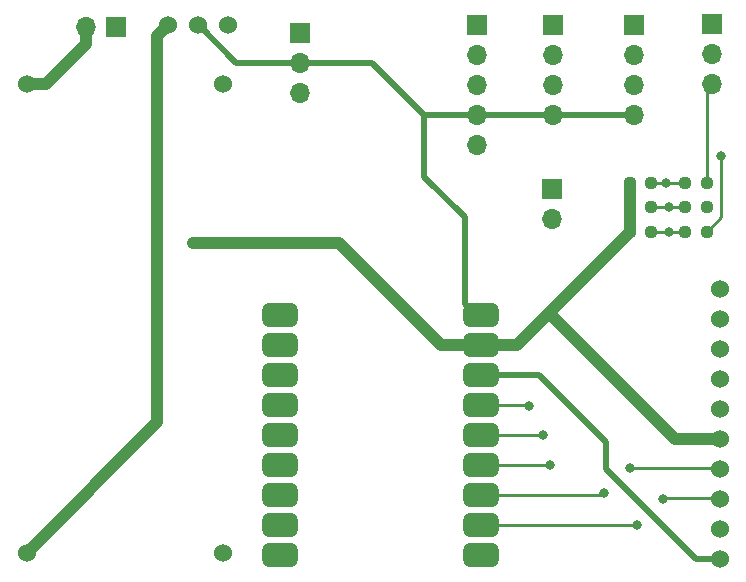
<source format=gtl>
G04 #@! TF.GenerationSoftware,KiCad,Pcbnew,7.0.10*
G04 #@! TF.CreationDate,2024-08-15T01:47:54-04:00*
G04 #@! TF.ProjectId,Mainboard PCB,4d61696e-626f-4617-9264-205043422e6b,rev?*
G04 #@! TF.SameCoordinates,Original*
G04 #@! TF.FileFunction,Copper,L1,Top*
G04 #@! TF.FilePolarity,Positive*
%FSLAX46Y46*%
G04 Gerber Fmt 4.6, Leading zero omitted, Abs format (unit mm)*
G04 Created by KiCad (PCBNEW 7.0.10) date 2024-08-15 01:47:54*
%MOMM*%
%LPD*%
G01*
G04 APERTURE LIST*
G04 Aperture macros list*
%AMRoundRect*
0 Rectangle with rounded corners*
0 $1 Rounding radius*
0 $2 $3 $4 $5 $6 $7 $8 $9 X,Y pos of 4 corners*
0 Add a 4 corners polygon primitive as box body*
4,1,4,$2,$3,$4,$5,$6,$7,$8,$9,$2,$3,0*
0 Add four circle primitives for the rounded corners*
1,1,$1+$1,$2,$3*
1,1,$1+$1,$4,$5*
1,1,$1+$1,$6,$7*
1,1,$1+$1,$8,$9*
0 Add four rect primitives between the rounded corners*
20,1,$1+$1,$2,$3,$4,$5,0*
20,1,$1+$1,$4,$5,$6,$7,0*
20,1,$1+$1,$6,$7,$8,$9,0*
20,1,$1+$1,$8,$9,$2,$3,0*%
G04 Aperture macros list end*
G04 #@! TA.AperFunction,SMDPad,CuDef*
%ADD10RoundRect,0.237500X0.250000X0.237500X-0.250000X0.237500X-0.250000X-0.237500X0.250000X-0.237500X0*%
G04 #@! TD*
G04 #@! TA.AperFunction,SMDPad,CuDef*
%ADD11RoundRect,0.237500X-0.250000X-0.237500X0.250000X-0.237500X0.250000X0.237500X-0.250000X0.237500X0*%
G04 #@! TD*
G04 #@! TA.AperFunction,ComponentPad*
%ADD12R,1.700000X1.700000*%
G04 #@! TD*
G04 #@! TA.AperFunction,ComponentPad*
%ADD13O,1.700000X1.700000*%
G04 #@! TD*
G04 #@! TA.AperFunction,ComponentPad*
%ADD14C,1.524000*%
G04 #@! TD*
G04 #@! TA.AperFunction,SMDPad,CuDef*
%ADD15RoundRect,0.500000X-1.000000X-0.500000X1.000000X-0.500000X1.000000X0.500000X-1.000000X0.500000X0*%
G04 #@! TD*
G04 #@! TA.AperFunction,ViaPad*
%ADD16C,0.800000*%
G04 #@! TD*
G04 #@! TA.AperFunction,Conductor*
%ADD17C,1.000000*%
G04 #@! TD*
G04 #@! TA.AperFunction,Conductor*
%ADD18C,0.250000*%
G04 #@! TD*
G04 #@! TA.AperFunction,Conductor*
%ADD19C,0.500000*%
G04 #@! TD*
G04 APERTURE END LIST*
D10*
X71905500Y-33020000D03*
X70080500Y-33020000D03*
D11*
X65381500Y-30861000D03*
X67206500Y-30861000D03*
D12*
X65786000Y-15494000D03*
D13*
X65786000Y-18034000D03*
X65786000Y-20574000D03*
X65786000Y-23114000D03*
D12*
X58928000Y-15494000D03*
D13*
X58928000Y-18034000D03*
X58928000Y-20574000D03*
X58928000Y-23114000D03*
D12*
X58826000Y-29357000D03*
D13*
X58826000Y-31897000D03*
D12*
X37465000Y-16129000D03*
D13*
X37465000Y-18669000D03*
X37465000Y-21209000D03*
D14*
X73025000Y-60706000D03*
X73025000Y-58166000D03*
X73025000Y-55626000D03*
X73025000Y-53086000D03*
X73025000Y-50546000D03*
X73025000Y-48006000D03*
X73025000Y-45466000D03*
X73025000Y-42926000D03*
X73025000Y-40386000D03*
X73025000Y-37846000D03*
X14351000Y-20447000D03*
X30951000Y-20447000D03*
X14351000Y-60147000D03*
X30951000Y-60147000D03*
D12*
X72390000Y-15367000D03*
D13*
X72390000Y-17907000D03*
X72390000Y-20447000D03*
D10*
X71929000Y-28829000D03*
X70104000Y-28829000D03*
D14*
X26348000Y-15489000D03*
X28888000Y-15489000D03*
X31428000Y-15489000D03*
D12*
X21883000Y-15641000D03*
D13*
X19343000Y-15641000D03*
D10*
X67206500Y-28829000D03*
X65381500Y-28829000D03*
D12*
X52451000Y-15494000D03*
D13*
X52451000Y-18034000D03*
X52451000Y-20574000D03*
X52451000Y-23114000D03*
X52451000Y-25654000D03*
D10*
X67206500Y-33020000D03*
X65381500Y-33020000D03*
X71905500Y-30861000D03*
X70080500Y-30861000D03*
D15*
X35823000Y-40034000D03*
D14*
X36323000Y-40034000D03*
D15*
X35823000Y-42574000D03*
D14*
X36323000Y-42574000D03*
D15*
X35823000Y-45114000D03*
D14*
X36323000Y-45114000D03*
D15*
X35823000Y-47654000D03*
D14*
X36323000Y-47654000D03*
D15*
X35823000Y-50194000D03*
D14*
X36323000Y-50194000D03*
D15*
X35823000Y-52734000D03*
D14*
X36323000Y-52734000D03*
D15*
X35823000Y-55274000D03*
D14*
X36323000Y-55274000D03*
D15*
X35823000Y-57814000D03*
D14*
X36323000Y-57814000D03*
D15*
X35823000Y-60354000D03*
D14*
X36323000Y-60354000D03*
X52323000Y-60354000D03*
D15*
X52823000Y-60354000D03*
D14*
X52323000Y-57814000D03*
D15*
X52823000Y-57814000D03*
D14*
X52323000Y-55274000D03*
D15*
X52823000Y-55274000D03*
D14*
X52323000Y-52734000D03*
D15*
X52823000Y-52734000D03*
D14*
X52323000Y-50194000D03*
D15*
X52823000Y-50194000D03*
D14*
X52323000Y-47654000D03*
D15*
X52823000Y-47654000D03*
D14*
X52323000Y-45114000D03*
D15*
X52823000Y-45114000D03*
D14*
X52323000Y-42574000D03*
D15*
X52823000Y-42574000D03*
D14*
X52323000Y-40034000D03*
D15*
X52823000Y-40034000D03*
D16*
X28448000Y-33909000D03*
X70485000Y-50489000D03*
X73152000Y-26543000D03*
X71882000Y-30988000D03*
X58674000Y-52705000D03*
X68707000Y-33020000D03*
X58039000Y-50165000D03*
X68707000Y-30861000D03*
X68453000Y-28829000D03*
X56866459Y-47781541D03*
X65405000Y-52959000D03*
X63246000Y-55118000D03*
X68199000Y-55626000D03*
X66040000Y-57785000D03*
D17*
X40767000Y-33909000D02*
X49432000Y-42574000D01*
X55827500Y-42574000D02*
X58535250Y-39866250D01*
X52823000Y-42574000D02*
X55827500Y-42574000D01*
X28448000Y-33909000D02*
X40767000Y-33909000D01*
X58535250Y-39866250D02*
X65381500Y-33020000D01*
X65381500Y-28829000D02*
X65381500Y-33020000D01*
X58535250Y-39866250D02*
X69215000Y-50546000D01*
X49432000Y-42574000D02*
X52323000Y-42574000D01*
X69215000Y-50546000D02*
X73025000Y-50546000D01*
D18*
X73152000Y-26543000D02*
X73152000Y-31773500D01*
X73152000Y-31773500D02*
X71905500Y-33020000D01*
X71929000Y-28448000D02*
X71929000Y-20908000D01*
X71929000Y-20908000D02*
X72390000Y-20447000D01*
X58645000Y-52734000D02*
X52323000Y-52734000D01*
X67206500Y-33020000D02*
X70080500Y-33020000D01*
X58674000Y-52705000D02*
X58645000Y-52734000D01*
X58039000Y-50165000D02*
X58010000Y-50194000D01*
X58010000Y-50194000D02*
X52823000Y-50194000D01*
X67206500Y-30861000D02*
X70080500Y-30861000D01*
X56738918Y-47654000D02*
X56866459Y-47781541D01*
X67206500Y-28829000D02*
X70104000Y-28829000D01*
X52823000Y-47654000D02*
X56738918Y-47654000D01*
D17*
X25400000Y-16437000D02*
X25400000Y-49098000D01*
X25400000Y-49098000D02*
X14351000Y-60147000D01*
X26348000Y-15489000D02*
X25400000Y-16437000D01*
D19*
X51435000Y-39146000D02*
X52323000Y-40034000D01*
X28893000Y-15494000D02*
X32068000Y-18669000D01*
X51562000Y-23114000D02*
X58928000Y-23114000D01*
X48006000Y-23114000D02*
X51562000Y-23114000D01*
X51562000Y-23114000D02*
X52451000Y-23114000D01*
X58928000Y-23114000D02*
X65786000Y-23114000D01*
X51435000Y-31750000D02*
X51435000Y-39146000D01*
X43561000Y-18669000D02*
X48006000Y-23114000D01*
X48006000Y-23114000D02*
X48006000Y-28321000D01*
X48006000Y-28321000D02*
X51435000Y-31750000D01*
X32068000Y-18669000D02*
X37465000Y-18669000D01*
X37465000Y-18669000D02*
X43561000Y-18669000D01*
D18*
X63090000Y-55274000D02*
X52823000Y-55274000D01*
X63246000Y-55118000D02*
X63090000Y-55274000D01*
X73025000Y-53086000D02*
X72968000Y-53029000D01*
X72968000Y-53029000D02*
X65475000Y-53029000D01*
X65475000Y-53029000D02*
X65405000Y-52959000D01*
X68199000Y-55626000D02*
X68072000Y-55753000D01*
X68256000Y-55569000D02*
X68199000Y-55626000D01*
X73025000Y-55626000D02*
X72968000Y-55569000D01*
X72968000Y-55569000D02*
X68256000Y-55569000D01*
X66040000Y-57785000D02*
X66011000Y-57814000D01*
X66011000Y-57814000D02*
X52823000Y-57814000D01*
D19*
X63373000Y-53086000D02*
X70993000Y-60706000D01*
X57687000Y-45114000D02*
X63373000Y-50800000D01*
X70993000Y-60706000D02*
X73025000Y-60706000D01*
X63373000Y-50800000D02*
X63373000Y-53086000D01*
X52823000Y-45114000D02*
X57687000Y-45114000D01*
D17*
X16002000Y-20447000D02*
X14351000Y-20447000D01*
X19343000Y-15641000D02*
X19343000Y-17106000D01*
X19343000Y-17106000D02*
X16002000Y-20447000D01*
M02*

</source>
